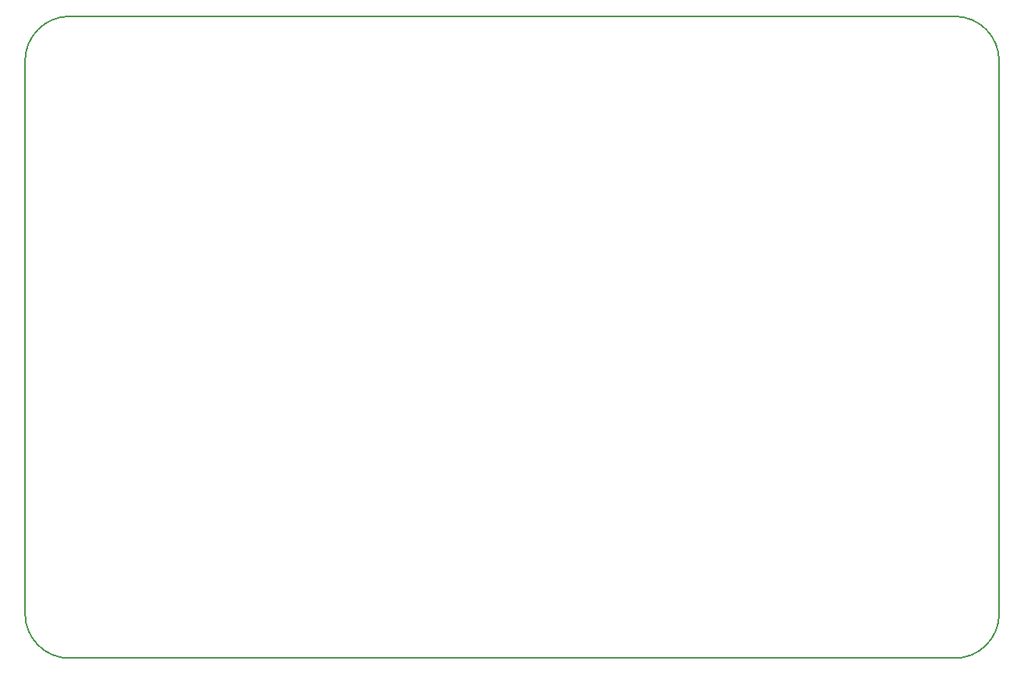
<source format=gbr>
%TF.GenerationSoftware,KiCad,Pcbnew,7.0.10-7.0.10~ubuntu22.04.1*%
%TF.CreationDate,2024-08-19T10:48:18-07:00*%
%TF.ProjectId,iorodeo_feather_tripler_enc1,696f726f-6465-46f5-9f66-656174686572,rev?*%
%TF.SameCoordinates,Original*%
%TF.FileFunction,Profile,NP*%
%FSLAX46Y46*%
G04 Gerber Fmt 4.6, Leading zero omitted, Abs format (unit mm)*
G04 Created by KiCad (PCBNEW 7.0.10-7.0.10~ubuntu22.04.1) date 2024-08-19 10:48:18*
%MOMM*%
%LPD*%
G01*
G04 APERTURE LIST*
%TA.AperFunction,Profile*%
%ADD10C,0.150000*%
%TD*%
G04 APERTURE END LIST*
D10*
X146812000Y-115620800D02*
G75*
G03*
X151638000Y-110794800I0J4826000D01*
G01*
X50800000Y-115620800D02*
X146812000Y-115620800D01*
X151638000Y-110794800D02*
X151638000Y-50800000D01*
X45974000Y-110794800D02*
G75*
G03*
X50800000Y-115620800I4826000J0D01*
G01*
X151638000Y-50800000D02*
G75*
G03*
X146812000Y-45974000I-4826000J0D01*
G01*
X45974000Y-50800000D02*
X45974000Y-110794800D01*
X146812000Y-45974000D02*
X50800000Y-45974000D01*
X50800000Y-45974000D02*
G75*
G03*
X45974000Y-50800000I6500J-4832500D01*
G01*
M02*

</source>
